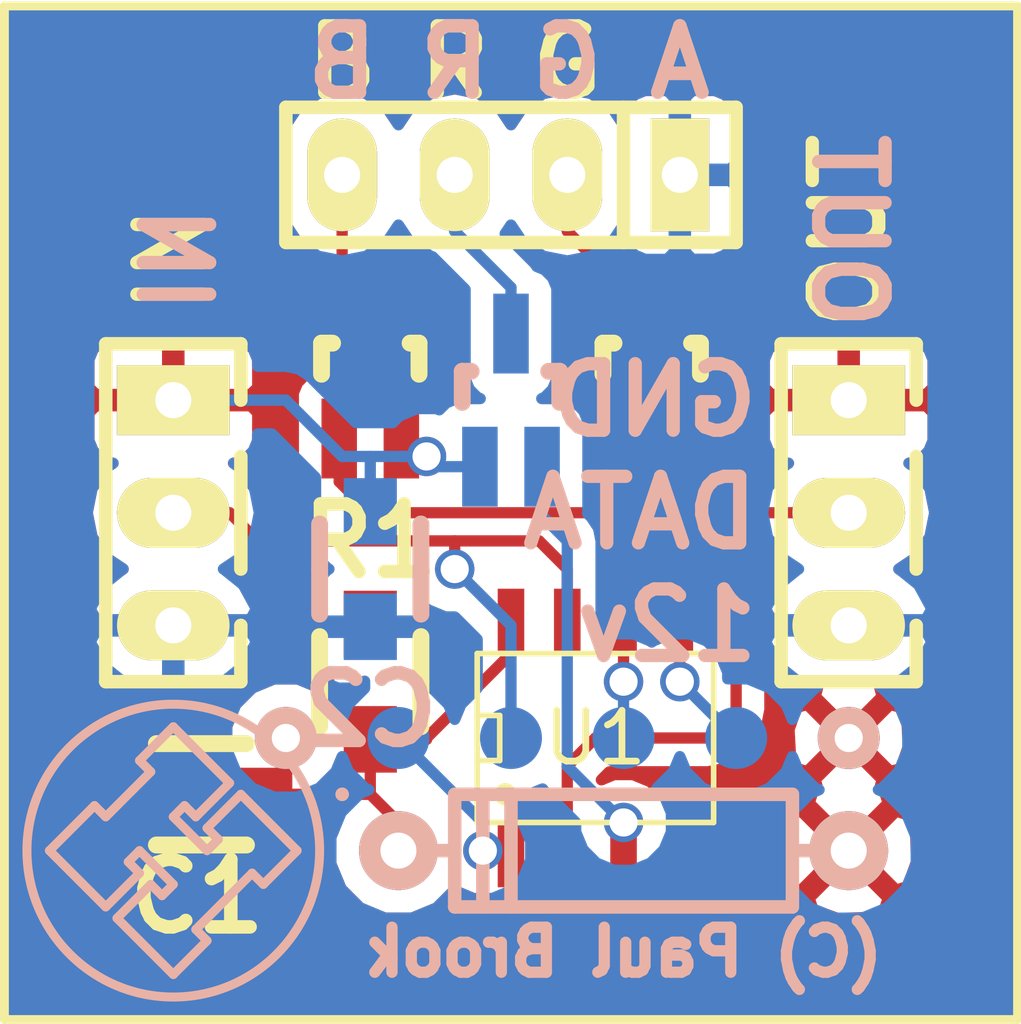
<source format=kicad_pcb>
(kicad_pcb (version 3) (host pcbnew "(22-Jun-2014 BZR 4027)-stable")

  (general
    (links 29)
    (no_connects 0)
    (area 20.336934 25.17 48.360001 50.6984)
    (thickness 1.6)
    (drawings 20)
    (tracks 78)
    (zones 0)
    (modules 13)
    (nets 13)
  )

  (page A3)
  (layers
    (15 F.Cu signal)
    (0 B.Cu signal)
    (16 B.Adhes user)
    (17 F.Adhes user)
    (18 B.Paste user)
    (19 F.Paste user)
    (20 B.SilkS user)
    (21 F.SilkS user)
    (22 B.Mask user)
    (23 F.Mask user)
    (24 Dwgs.User user)
    (25 Cmts.User user)
    (26 Eco1.User user)
    (27 Eco2.User user)
    (28 Edge.Cuts user)
  )

  (setup
    (last_trace_width 0.254)
    (trace_clearance 0.254)
    (zone_clearance 0.508)
    (zone_45_only yes)
    (trace_min 0.254)
    (segment_width 0.2)
    (edge_width 0.1)
    (via_size 0.889)
    (via_drill 0.635)
    (via_min_size 0.889)
    (via_min_drill 0.508)
    (uvia_size 0.508)
    (uvia_drill 0.127)
    (uvias_allowed no)
    (uvia_min_size 0.508)
    (uvia_min_drill 0.127)
    (pcb_text_width 0.3)
    (pcb_text_size 1.5 1.5)
    (mod_edge_width 0.15)
    (mod_text_size 1 1)
    (mod_text_width 0.15)
    (pad_size 1.397 1.397)
    (pad_drill 0.635)
    (pad_to_mask_clearance 0)
    (aux_axis_origin 0 0)
    (visible_elements FFFFFFBF)
    (pcbplotparams
      (layerselection 15761409)
      (usegerberextensions true)
      (excludeedgelayer true)
      (linewidth 0.150000)
      (plotframeref false)
      (viasonmask false)
      (mode 1)
      (useauxorigin false)
      (hpglpennumber 1)
      (hpglpenspeed 20)
      (hpglpendiameter 15)
      (hpglpenoverlay 2)
      (psnegative false)
      (psa4output false)
      (plotreference true)
      (plotvalue true)
      (plotothertext true)
      (plotinvisibletext false)
      (padsonsilk false)
      (subtractmaskfromsilk true)
      (outputformat 1)
      (mirror false)
      (drillshape 0)
      (scaleselection 1)
      (outputdirectory gerber))
  )

  (net 0 "")
  (net 1 /12v)
  (net 2 /5v)
  (net 3 /B)
  (net 4 /Bl)
  (net 5 /DI)
  (net 6 /DO)
  (net 7 /G)
  (net 8 /GND)
  (net 9 /Gl)
  (net 10 /R)
  (net 11 /RESET)
  (net 12 /Rl)

  (net_class Default "This is the default net class."
    (clearance 0.254)
    (trace_width 0.254)
    (via_dia 0.889)
    (via_drill 0.635)
    (uvia_dia 0.508)
    (uvia_drill 0.127)
    (add_net "")
    (add_net /12v)
    (add_net /5v)
    (add_net /B)
    (add_net /Bl)
    (add_net /DI)
    (add_net /DO)
    (add_net /G)
    (add_net /GND)
    (add_net /Gl)
    (add_net /R)
    (add_net /RESET)
    (add_net /Rl)
  )

  (module SO8E (layer F.Cu) (tedit 53EBE2B6) (tstamp 538EFFA1)
    (at 38.735 41.91)
    (descr "module CMS SOJ 8 pins etroit")
    (tags "CMS SOJ")
    (path /538EFD8B)
    (attr smd)
    (fp_text reference U1 (at 0 0) (layer F.SilkS)
      (effects (font (size 1.143 1.143) (thickness 0.1524)))
    )
    (fp_text value ATTINY25-SS (at 0 1.016) (layer F.SilkS) hide
      (effects (font (size 0.889 0.889) (thickness 0.1524)))
    )
    (fp_circle (center -2.032 1.27) (end -1.905 1.27) (layer F.SilkS) (width 0.254))
    (fp_line (start -2.667 1.778) (end -2.667 1.905) (layer F.SilkS) (width 0.127))
    (fp_line (start -2.667 1.905) (end 2.667 1.905) (layer F.SilkS) (width 0.127))
    (fp_line (start 2.667 -1.905) (end -2.667 -1.905) (layer F.SilkS) (width 0.127))
    (fp_line (start -2.667 -1.905) (end -2.667 1.778) (layer F.SilkS) (width 0.127))
    (fp_line (start -2.667 -0.508) (end -2.159 -0.508) (layer F.SilkS) (width 0.127))
    (fp_line (start -2.159 -0.508) (end -2.159 0.508) (layer F.SilkS) (width 0.127))
    (fp_line (start -2.159 0.508) (end -2.667 0.508) (layer F.SilkS) (width 0.127))
    (fp_line (start 2.667 -1.905) (end 2.667 1.905) (layer F.SilkS) (width 0.127))
    (pad 8 smd rect (at -1.905 -2.667) (size 0.59944 1.39954)
      (layers F.Cu F.Paste F.Mask)
      (net 2 /5v)
    )
    (pad 1 smd rect (at -1.905 2.667) (size 0.59944 1.39954)
      (layers F.Cu F.Paste F.Mask)
      (net 11 /RESET)
    )
    (pad 7 smd rect (at -0.635 -2.667) (size 0.59944 1.39954)
      (layers F.Cu F.Paste F.Mask)
      (net 5 /DI)
    )
    (pad 6 smd rect (at 0.635 -2.667) (size 0.59944 1.39954)
      (layers F.Cu F.Paste F.Mask)
      (net 3 /B)
    )
    (pad 5 smd rect (at 1.905 -2.667) (size 0.59944 1.39954)
      (layers F.Cu F.Paste F.Mask)
      (net 7 /G)
    )
    (pad 2 smd rect (at -0.635 2.667) (size 0.59944 1.39954)
      (layers F.Cu F.Paste F.Mask)
      (net 6 /DO)
    )
    (pad 3 smd rect (at 0.635 2.667) (size 0.59944 1.39954)
      (layers F.Cu F.Paste F.Mask)
      (net 10 /R)
    )
    (pad 4 smd rect (at 1.905 2.667) (size 0.59944 1.39954)
      (layers F.Cu F.Paste F.Mask)
      (net 8 /GND)
    )
    (model smd/cms_so8.wrl
      (at (xyz 0 0 0))
      (scale (xyz 0.5 0.32 0.5))
      (rotate (xyz 0 0 0))
    )
  )

  (module prog_pads (layer B.Cu) (tedit 53EA3B35) (tstamp 53EA9C04)
    (at 38.1 41.91)
    (descr "Connecteur 4 pibs")
    (tags "CONN DEV")
    (path /53EA3163)
    (fp_text reference P4 (at 0 2.54) (layer B.SilkS) hide
      (effects (font (size 1.73482 1.08712) (thickness 0.27178)) (justify mirror))
    )
    (fp_text value PROG (at 0 2.54) (layer B.SilkS) hide
      (effects (font (size 1.524 1.016) (thickness 0.3048)) (justify mirror))
    )
    (fp_line (start -5.08 1.27) (end -5.08 1.27) (layer B.SilkS) (width 0.3048))
    (fp_line (start -5.08 1.27) (end -5.08 1.27) (layer B.SilkS) (width 0.3048))
    (pad 1 thru_hole circle (at -6.35 0) (size 1.397 1.397) (drill 0.635)
      (layers *.Cu *.Mask B.SilkS)
      (net 2 /5v)
    )
    (pad 2 smd circle (at -3.81 0) (size 1.397 1.397)
      (layers B.Cu B.Paste B.Mask)
      (net 11 /RESET)
    )
    (pad 3 connect circle (at -1.27 0) (size 1.397 1.397)
      (layers B.Cu B.Mask)
      (net 5 /DI)
    )
    (pad 4 connect circle (at 1.27 0) (size 1.397 1.397)
      (layers B.Cu B.Mask)
      (net 3 /B)
    )
    (pad 5 connect circle (at 3.81 0) (size 1.397 1.397)
      (layers B.Cu B.Mask)
      (net 7 /G)
    )
    (pad 6 thru_hole circle (at 6.35 0) (size 1.397 1.397) (drill 0.635)
      (layers *.Cu *.Mask B.SilkS)
      (net 8 /GND)
    )
  )

  (module SIL-4-ELL (layer F.Cu) (tedit 53EA3807) (tstamp 538F01D0)
    (at 36.83 29.21 180)
    (descr "Connecteur 4 pibs")
    (tags "CONN DEV")
    (path /53CF1058)
    (fp_text reference P3 (at 0 -2.54 180) (layer F.SilkS) hide
      (effects (font (size 1.73482 1.08712) (thickness 0.27178)))
    )
    (fp_text value LED (at 0 -2.54 180) (layer F.SilkS) hide
      (effects (font (size 1.524 1.016) (thickness 0.3048)))
    )
    (fp_line (start -5.08 -1.27) (end -5.08 -1.27) (layer F.SilkS) (width 0.3048))
    (fp_line (start -5.08 1.524) (end -5.08 -1.524) (layer F.SilkS) (width 0.3048))
    (fp_line (start -5.08 -1.27) (end -5.08 -1.27) (layer F.SilkS) (width 0.3048))
    (fp_line (start -5.08 -1.524) (end 5.08 -1.524) (layer F.SilkS) (width 0.3048))
    (fp_line (start 5.08 -1.524) (end 5.08 1.524) (layer F.SilkS) (width 0.3048))
    (fp_line (start 5.08 1.524) (end -5.08 1.524) (layer F.SilkS) (width 0.3048))
    (fp_line (start -2.54 1.524) (end -2.54 -1.524) (layer F.SilkS) (width 0.3048))
    (pad 1 thru_hole rect (at -3.81 0 180) (size 1.3208 2.54) (drill 0.8128)
      (layers *.Cu *.Mask F.SilkS)
      (net 1 /12v)
    )
    (pad 2 thru_hole oval (at -1.27 0 180) (size 1.5748 2.54) (drill 0.8128)
      (layers *.Cu *.Mask F.SilkS)
      (net 9 /Gl)
    )
    (pad 3 thru_hole oval (at 1.27 0 180) (size 1.5748 2.54) (drill 0.8128)
      (layers *.Cu *.Mask F.SilkS)
      (net 12 /Rl)
    )
    (pad 4 thru_hole oval (at 3.81 0 180) (size 1.5748 2.54) (drill 0.8128)
      (layers *.Cu *.Mask F.SilkS)
      (net 4 /Bl)
    )
  )

  (module D4 (layer B.Cu) (tedit 53EA3833) (tstamp 53CF17E1)
    (at 39.37 44.45 180)
    (descr "Diode 4 pas")
    (tags "DIODE DEV")
    (path /53CF15D6)
    (fp_text reference D1 (at 0 0 180) (layer B.SilkS) hide
      (effects (font (size 1.27 1.016) (thickness 0.2032)) (justify mirror))
    )
    (fp_text value 5v1 (at 0 0 180) (layer B.SilkS) hide
      (effects (font (size 1.27 1.016) (thickness 0.2032)) (justify mirror))
    )
    (fp_line (start -3.81 1.27) (end 3.81 1.27) (layer B.SilkS) (width 0.3048))
    (fp_line (start 3.81 1.27) (end 3.81 -1.27) (layer B.SilkS) (width 0.3048))
    (fp_line (start 3.81 -1.27) (end -3.81 -1.27) (layer B.SilkS) (width 0.3048))
    (fp_line (start -3.81 -1.27) (end -3.81 1.27) (layer B.SilkS) (width 0.3048))
    (fp_line (start 3.175 1.27) (end 3.175 -1.27) (layer B.SilkS) (width 0.3048))
    (fp_line (start 2.54 -1.27) (end 2.54 1.27) (layer B.SilkS) (width 0.3048))
    (fp_line (start -3.81 0) (end -5.08 0) (layer B.SilkS) (width 0.3048))
    (fp_line (start 3.81 0) (end 5.08 0) (layer B.SilkS) (width 0.3048))
    (pad 1 thru_hole circle (at -5.08 0 180) (size 1.778 1.778) (drill 0.8128)
      (layers *.Cu *.Mask B.SilkS)
      (net 8 /GND)
    )
    (pad 2 thru_hole circle (at 5.08 0 180) (size 1.778 1.778) (drill 0.8128)
      (layers *.Cu *.Mask B.SilkS)
      (net 2 /5v)
    )
    (model discret/diode.wrl
      (at (xyz 0 0 0))
      (scale (xyz 0.4 0.4 0.4))
      (rotate (xyz 0 0 0))
    )
  )

  (module LOGO_SMALL (layer B.Cu) (tedit 53E18B60) (tstamp 53E18CCE)
    (at 29.21 44.45)
    (fp_text reference LOGO_SMALL (at 0 5.08) (layer B.SilkS) hide
      (effects (font (size 1.524 1.524) (thickness 0.3048)) (justify mirror))
    )
    (fp_text value VAL** (at 0 5.08) (layer B.SilkS) hide
      (effects (font (size 1.524 1.524) (thickness 0.3048)) (justify mirror))
    )
    (fp_line (start 0.762 0) (end 0 -0.762) (layer B.SilkS) (width 0.2032))
    (fp_circle (center 0 0) (end 0 -3.302) (layer B.SilkS) (width 0.2032))
    (fp_line (start 1.778 0.508) (end 0.508 1.778) (layer B.SilkS) (width 0.2032))
    (fp_line (start 0.508 1.778) (end 0.762 2.032) (layer B.SilkS) (width 0.2032))
    (fp_line (start 0.762 2.032) (end 0 2.794) (layer B.SilkS) (width 0.2032))
    (fp_line (start 0 2.794) (end -1.27 1.524) (layer B.SilkS) (width 0.2032))
    (fp_line (start -1.27 1.524) (end -0.508 0.762) (layer B.SilkS) (width 0.2032))
    (fp_line (start -0.508 0.762) (end -0.254 1.016) (layer B.SilkS) (width 0.2032))
    (fp_line (start -0.254 1.016) (end 0 0.762) (layer B.SilkS) (width 0.2032))
    (fp_line (start 0 0.762) (end -0.762 0) (layer B.SilkS) (width 0.2032))
    (fp_line (start -0.762 0) (end -1.016 0.254) (layer B.SilkS) (width 0.2032))
    (fp_line (start -1.016 0.254) (end -0.762 0.508) (layer B.SilkS) (width 0.2032))
    (fp_line (start -0.762 0.508) (end -1.524 1.27) (layer B.SilkS) (width 0.2032))
    (fp_line (start -1.524 1.27) (end -2.794 0) (layer B.SilkS) (width 0.2032))
    (fp_line (start -2.794 0) (end -1.778 -1.016) (layer B.SilkS) (width 0.2032))
    (fp_line (start -1.778 -1.016) (end -1.524 -0.762) (layer B.SilkS) (width 0.2032))
    (fp_line (start -1.524 -0.762) (end -0.508 -1.778) (layer B.SilkS) (width 0.2032))
    (fp_line (start -0.508 -1.778) (end -0.762 -2.032) (layer B.SilkS) (width 0.2032))
    (fp_line (start -0.762 -2.032) (end 0 -2.794) (layer B.SilkS) (width 0.2032))
    (fp_line (start 0 -2.794) (end 1.27 -1.524) (layer B.SilkS) (width 0.2032))
    (fp_line (start 1.27 -1.524) (end 0.508 -0.762) (layer B.SilkS) (width 0.2032))
    (fp_line (start 0.508 -0.762) (end 0.254 -1.016) (layer B.SilkS) (width 0.2032))
    (fp_line (start 0.254 -1.016) (end 0 -0.762) (layer B.SilkS) (width 0.2032))
    (fp_line (start 0.762 0) (end 1.016 -0.254) (layer B.SilkS) (width 0.2032))
    (fp_line (start 1.016 -0.254) (end 0.762 -0.508) (layer B.SilkS) (width 0.2032))
    (fp_line (start 0.762 -0.508) (end 1.524 -1.27) (layer B.SilkS) (width 0.2032))
    (fp_line (start 1.524 -1.27) (end 2.794 0) (layer B.SilkS) (width 0.2032))
    (fp_line (start 2.794 0) (end 2.032 0.762) (layer B.SilkS) (width 0.2032))
    (fp_line (start 2.032 0.762) (end 1.778 0.508) (layer B.SilkS) (width 0.2032))
  )

  (module Capacitor_SMD0805_HandSoldering_RevA_Date21Jun2010 (layer B.Cu) (tedit 53E522EA) (tstamp 53E52543)
    (at 33.655 38.1 90)
    (descr "Capacitor, SMD, 0805, Hand soldering,")
    (tags "Capacitor, SMD, 0805, Hand soldering,")
    (path /53E51CF2)
    (fp_text reference C2 (at -3.175 0 180) (layer B.SilkS)
      (effects (font (size 1.524 1.524) (thickness 0.3048)) (justify mirror))
    )
    (fp_text value 10u (at 0.20066 -2.60096 90) (layer B.SilkS) hide
      (effects (font (size 1.524 1.524) (thickness 0.3048)) (justify mirror))
    )
    (fp_line (start 0 1.143) (end -1.016 1.143) (layer B.SilkS) (width 0.381))
    (fp_line (start 0 1.143) (end 1.016 1.143) (layer B.SilkS) (width 0.381))
    (fp_line (start 0 -1.143) (end -1.016 -1.143) (layer B.SilkS) (width 0.381))
    (fp_line (start 0 -1.143) (end 1.016 -1.143) (layer B.SilkS) (width 0.381))
    (pad 1 smd rect (at -1.30048 0 90) (size 1.50114 1.19888)
      (layers B.Cu B.Paste B.Mask)
      (net 1 /12v)
    )
    (pad 2 smd rect (at 1.30048 0 90) (size 1.50114 1.19888)
      (layers B.Cu B.Paste B.Mask)
      (net 8 /GND)
    )
  )

  (module Capacitor_SMD0805_HandSoldering_RevA_Date21Jun2010 (layer F.Cu) (tedit 53E5213E) (tstamp 53CF17D1)
    (at 29.845 43.18 180)
    (descr "Capacitor, SMD, 0805, Hand soldering,")
    (tags "Capacitor, SMD, 0805, Hand soldering,")
    (path /53CF172E)
    (fp_text reference C1 (at 0.09906 -2.30124 180) (layer F.SilkS)
      (effects (font (size 1.524 1.524) (thickness 0.3048)))
    )
    (fp_text value 100n (at 0.20066 2.60096 180) (layer F.SilkS) hide
      (effects (font (size 1.524 1.524) (thickness 0.3048)))
    )
    (fp_line (start 0 -1.143) (end -1.016 -1.143) (layer F.SilkS) (width 0.381))
    (fp_line (start 0 -1.143) (end 1.016 -1.143) (layer F.SilkS) (width 0.381))
    (fp_line (start 0 1.143) (end -1.016 1.143) (layer F.SilkS) (width 0.381))
    (fp_line (start 0 1.143) (end 1.016 1.143) (layer F.SilkS) (width 0.381))
    (pad 1 smd rect (at -1.30048 0 180) (size 1.50114 1.19888)
      (layers F.Cu F.Paste F.Mask)
      (net 2 /5v)
    )
    (pad 2 smd rect (at 1.30048 0 180) (size 1.50114 1.19888)
      (layers F.Cu F.Paste F.Mask)
      (net 8 /GND)
    )
  )

  (module Resistor_SMD0805_HandSoldering_RevA_Date21Jun2010 (layer F.Cu) (tedit 53E522A2) (tstamp 53CF17C4)
    (at 33.655 40.64 270)
    (descr "Resistor, SMD, 0805, Hand soldering,")
    (tags "Resistor, SMD, 0805, Hand soldering,")
    (path /53CF15E5)
    (attr smd)
    (fp_text reference R1 (at -3.175 0 360) (layer F.SilkS)
      (effects (font (size 1.524 1.524) (thickness 0.3048)))
    )
    (fp_text value 4k7 (at 0.20066 2.60096 270) (layer F.SilkS) hide
      (effects (font (size 1.524 1.524) (thickness 0.3048)))
    )
    (fp_line (start 0 -1.143) (end -1.016 -1.143) (layer F.SilkS) (width 0.381))
    (fp_line (start 0 -1.143) (end 1.016 -1.143) (layer F.SilkS) (width 0.381))
    (fp_line (start 0 1.143) (end -1.016 1.143) (layer F.SilkS) (width 0.381))
    (fp_line (start 0 1.143) (end 1.016 1.143) (layer F.SilkS) (width 0.381))
    (pad 1 smd rect (at -1.30048 0 270) (size 1.50114 1.19888)
      (layers F.Cu F.Paste F.Mask)
      (net 1 /12v)
    )
    (pad 2 smd rect (at 1.30048 0 270) (size 1.50114 1.19888)
      (layers F.Cu F.Paste F.Mask)
      (net 2 /5v)
    )
  )

  (module SOT23_Transistor_Handsoldering_GDS (layer F.Cu) (tedit 53E5211F) (tstamp 538F012E)
    (at 33.655 33.655)
    (descr "SOT23,  Transistor, Handsoldering,")
    (tags "SOT23,  Transistor, Handsoldering,")
    (path /538F0068)
    (attr smd)
    (fp_text reference Q3 (at 0 -3.81) (layer F.SilkS) hide
      (effects (font (size 1.524 1.524) (thickness 0.3048)))
    )
    (fp_text value MOSFET_N (at 0 3.81) (layer F.SilkS) hide
      (effects (font (size 1.524 1.524) (thickness 0.3048)))
    )
    (fp_line (start -1.09982 0.0508) (end -1.09982 -0.65024) (layer F.SilkS) (width 0.381))
    (fp_line (start -1.09982 -0.65024) (end -0.8509 -0.65024) (layer F.SilkS) (width 0.381))
    (fp_line (start 0.89916 -0.65024) (end 1.09982 -0.65024) (layer F.SilkS) (width 0.381))
    (fp_line (start 1.09982 -0.65024) (end 1.09982 0.0508) (layer F.SilkS) (width 0.381))
    (pad G smd rect (at -0.70104 1.50114) (size 0.8001 1.80086)
      (layers F.Cu F.Paste F.Mask)
      (net 3 /B)
    )
    (pad S smd rect (at 0.70104 1.50114) (size 0.8001 1.80086)
      (layers F.Cu F.Paste F.Mask)
      (net 8 /GND)
    )
    (pad D smd rect (at 0 -1.50114) (size 0.8001 1.80086)
      (layers F.Cu F.Paste F.Mask)
      (net 4 /Bl)
    )
  )

  (module SOT23_Transistor_Handsoldering_GDS (layer B.Cu) (tedit 53E5212D) (tstamp 538F0123)
    (at 36.83 34.29 180)
    (descr "SOT23,  Transistor, Handsoldering,")
    (tags "SOT23,  Transistor, Handsoldering,")
    (path /538F0059)
    (attr smd)
    (fp_text reference Q2 (at 0 3.81 180) (layer B.SilkS) hide
      (effects (font (size 1.524 1.524) (thickness 0.3048)) (justify mirror))
    )
    (fp_text value MOSFET_N (at 0 -3.81 180) (layer B.SilkS) hide
      (effects (font (size 1.524 1.524) (thickness 0.3048)) (justify mirror))
    )
    (fp_line (start -1.09982 -0.0508) (end -1.09982 0.65024) (layer B.SilkS) (width 0.381))
    (fp_line (start -1.09982 0.65024) (end -0.8509 0.65024) (layer B.SilkS) (width 0.381))
    (fp_line (start 0.89916 0.65024) (end 1.09982 0.65024) (layer B.SilkS) (width 0.381))
    (fp_line (start 1.09982 0.65024) (end 1.09982 -0.0508) (layer B.SilkS) (width 0.381))
    (pad G smd rect (at -0.70104 -1.50114 180) (size 0.8001 1.80086)
      (layers B.Cu B.Paste B.Mask)
      (net 10 /R)
    )
    (pad S smd rect (at 0.70104 -1.50114 180) (size 0.8001 1.80086)
      (layers B.Cu B.Paste B.Mask)
      (net 8 /GND)
    )
    (pad D smd rect (at 0 1.50114 180) (size 0.8001 1.80086)
      (layers B.Cu B.Paste B.Mask)
      (net 12 /Rl)
    )
  )

  (module SOT23_Transistor_Handsoldering_GDS (layer F.Cu) (tedit 53E52132) (tstamp 538F0118)
    (at 40.005 33.655)
    (descr "SOT23,  Transistor, Handsoldering,")
    (tags "SOT23,  Transistor, Handsoldering,")
    (path /538F004A)
    (attr smd)
    (fp_text reference Q1 (at 0 -3.81) (layer F.SilkS) hide
      (effects (font (size 1.524 1.524) (thickness 0.3048)))
    )
    (fp_text value MOSFET_N (at 0 3.81) (layer F.SilkS) hide
      (effects (font (size 1.524 1.524) (thickness 0.3048)))
    )
    (fp_line (start -1.09982 0.0508) (end -1.09982 -0.65024) (layer F.SilkS) (width 0.381))
    (fp_line (start -1.09982 -0.65024) (end -0.8509 -0.65024) (layer F.SilkS) (width 0.381))
    (fp_line (start 0.89916 -0.65024) (end 1.09982 -0.65024) (layer F.SilkS) (width 0.381))
    (fp_line (start 1.09982 -0.65024) (end 1.09982 0.0508) (layer F.SilkS) (width 0.381))
    (pad G smd rect (at -0.70104 1.50114) (size 0.8001 1.80086)
      (layers F.Cu F.Paste F.Mask)
      (net 7 /G)
    )
    (pad S smd rect (at 0.70104 1.50114) (size 0.8001 1.80086)
      (layers F.Cu F.Paste F.Mask)
      (net 8 /GND)
    )
    (pad D smd rect (at 0 -1.50114) (size 0.8001 1.80086)
      (layers F.Cu F.Paste F.Mask)
      (net 9 /Gl)
    )
  )

  (module JST-3 (layer F.Cu) (tedit 53EA37A4) (tstamp 538F01C8)
    (at 44.45 36.83 270)
    (descr "Connecteur 3 pins")
    (tags "CONN DEV")
    (path /53CF103A)
    (fp_text reference P2 (at 0 -2.54 270) (layer F.SilkS) hide
      (effects (font (size 1.7907 1.07696) (thickness 0.26924)))
    )
    (fp_text value OUT (at 0 -2.54 270) (layer F.SilkS) hide
      (effects (font (size 1.524 1.016) (thickness 0.254)))
    )
    (fp_line (start 2.54 -1.524) (end 3.81 -1.524) (layer F.SilkS) (width 0.3048))
    (fp_line (start -1.27 -1.524) (end 1.27 -1.524) (layer F.SilkS) (width 0.3048))
    (fp_line (start -3.81 1.524) (end -3.81 -1.524) (layer F.SilkS) (width 0.3048))
    (fp_line (start -3.81 -1.524) (end -2.54 -1.524) (layer F.SilkS) (width 0.3048))
    (fp_line (start 3.81 -1.524) (end 3.81 1.524) (layer F.SilkS) (width 0.3048))
    (fp_line (start 3.81 1.524) (end -3.81 1.524) (layer F.SilkS) (width 0.3048))
    (pad 1 thru_hole rect (at -2.54 0 270) (size 1.5748 2.54) (drill 0.8128)
      (layers *.Cu *.Mask F.SilkS)
      (net 8 /GND)
    )
    (pad 2 thru_hole oval (at 0 0 270) (size 1.5748 2.54) (drill 0.8128)
      (layers *.Cu *.Mask F.SilkS)
      (net 6 /DO)
    )
    (pad 3 thru_hole oval (at 2.54 0 270) (size 1.5748 2.54) (drill 0.8128)
      (layers *.Cu *.Mask F.SilkS)
      (net 1 /12v)
    )
  )

  (module JST-3 (layer F.Cu) (tedit 53EA37A4) (tstamp 538EFF48)
    (at 29.21 36.83 270)
    (descr "Connecteur 3 pins")
    (tags "CONN DEV")
    (path /53CF1049)
    (fp_text reference P1 (at 0 -2.54 270) (layer F.SilkS) hide
      (effects (font (size 1.7907 1.07696) (thickness 0.26924)))
    )
    (fp_text value IN (at 0 -2.54 270) (layer F.SilkS) hide
      (effects (font (size 1.524 1.016) (thickness 0.254)))
    )
    (fp_line (start 2.54 -1.524) (end 3.81 -1.524) (layer F.SilkS) (width 0.3048))
    (fp_line (start -1.27 -1.524) (end 1.27 -1.524) (layer F.SilkS) (width 0.3048))
    (fp_line (start -3.81 1.524) (end -3.81 -1.524) (layer F.SilkS) (width 0.3048))
    (fp_line (start -3.81 -1.524) (end -2.54 -1.524) (layer F.SilkS) (width 0.3048))
    (fp_line (start 3.81 -1.524) (end 3.81 1.524) (layer F.SilkS) (width 0.3048))
    (fp_line (start 3.81 1.524) (end -3.81 1.524) (layer F.SilkS) (width 0.3048))
    (pad 1 thru_hole rect (at -2.54 0 270) (size 1.5748 2.54) (drill 0.8128)
      (layers *.Cu *.Mask F.SilkS)
      (net 8 /GND)
    )
    (pad 2 thru_hole oval (at 0 0 270) (size 1.5748 2.54) (drill 0.8128)
      (layers *.Cu *.Mask F.SilkS)
      (net 5 /DI)
    )
    (pad 3 thru_hole oval (at 2.54 0 270) (size 1.5748 2.54) (drill 0.8128)
      (layers *.Cu *.Mask F.SilkS)
      (net 1 /12v)
    )
  )

  (gr_text B (at 33.02 26.67) (layer F.SilkS)
    (effects (font (size 1.5 1.5) (thickness 0.3)))
  )
  (gr_text R (at 35.56 26.67) (layer F.SilkS)
    (effects (font (size 1.5 1.5) (thickness 0.3)))
  )
  (gr_text G (at 38.1 26.67) (layer F.SilkS)
    (effects (font (size 1.5 1.5) (thickness 0.3)))
  )
  (gr_text A (at 40.64 26.67) (layer F.SilkS)
    (effects (font (size 1.5 1.5) (thickness 0.3)))
  )
  (gr_text A (at 40.64 26.67) (layer B.SilkS)
    (effects (font (size 1.5 1.5) (thickness 0.3)) (justify mirror))
  )
  (gr_text B (at 33.02 26.67) (layer B.SilkS)
    (effects (font (size 1.5 1.5) (thickness 0.3)) (justify mirror))
  )
  (gr_text G (at 38.1 26.67) (layer B.SilkS)
    (effects (font (size 1.5 1.5) (thickness 0.3)) (justify mirror))
  )
  (gr_text R (at 35.56 26.67) (layer B.SilkS)
    (effects (font (size 1.5 1.5) (thickness 0.3)) (justify mirror))
  )
  (gr_text "(C) Paul Brook" (at 39.37 46.736) (layer B.SilkS)
    (effects (font (size 1.016 1.016) (thickness 0.254)) (justify mirror))
  )
  (gr_text IN (at 29.21 31.115 270) (layer B.SilkS)
    (effects (font (size 1.5 1.5) (thickness 0.3)) (justify mirror))
  )
  (gr_text IN (at 29.21 31.115 90) (layer F.SilkS)
    (effects (font (size 1.5 1.5) (thickness 0.3)))
  )
  (gr_text OUT (at 44.45 30.48 270) (layer B.SilkS)
    (effects (font (size 1.5 1.5) (thickness 0.3)) (justify mirror))
  )
  (gr_text OUT (at 44.45 30.48 90) (layer F.SilkS)
    (effects (font (size 1.5 1.5) (thickness 0.3)))
  )
  (gr_text 12v (at 42.545 39.37) (layer B.SilkS)
    (effects (font (size 1.5 1.5) (thickness 0.3)) (justify left mirror))
  )
  (gr_text DATA (at 42.545 36.83) (layer B.SilkS)
    (effects (font (size 1.5 1.5) (thickness 0.3)) (justify left mirror))
  )
  (gr_text GND (at 42.545 34.29) (layer B.SilkS)
    (effects (font (size 1.5 1.5) (thickness 0.3)) (justify left mirror))
  )
  (gr_line (start 25.4 48.26) (end 25.4 25.4) (angle 90) (layer F.SilkS) (width 0.2))
  (gr_line (start 48.26 48.26) (end 25.4 48.26) (angle 90) (layer F.SilkS) (width 0.2))
  (gr_line (start 48.26 25.4) (end 48.26 48.26) (angle 90) (layer F.SilkS) (width 0.2))
  (gr_line (start 25.4 25.4) (end 48.26 25.4) (angle 90) (layer F.SilkS) (width 0.2))

  (segment (start 29.21 39.37) (end 33.3375 39.37) (width 0.254) (layer F.Cu) (net 1))
  (segment (start 33.3375 39.37) (end 33.655 39.0525) (width 0.254) (layer F.Cu) (net 1) (tstamp 53CF8089))
  (segment (start 31.75 41.91) (end 31.75 42.57548) (width 0.254) (layer F.Cu) (net 2))
  (segment (start 31.75 42.57548) (end 31.14548 43.18) (width 0.254) (layer F.Cu) (net 2) (tstamp 53EA9C78))
  (segment (start 36.83 40.005) (end 34.89452 41.94048) (width 0.254) (layer F.Cu) (net 2))
  (segment (start 34.925 41.91) (end 34.925 41.94048) (width 0.254) (layer F.Cu) (net 2) (tstamp 53EA9B14))
  (segment (start 34.89452 41.94048) (end 34.925 41.91) (width 0.254) (layer F.Cu) (net 2) (tstamp 53EA9B12))
  (segment (start 34.29 41.94048) (end 34.925 41.94048) (width 0.254) (layer F.Cu) (net 2))
  (segment (start 34.29 41.94048) (end 33.655 41.94048) (width 0.254) (layer F.Cu) (net 2) (tstamp 53EA91C2))
  (segment (start 33.655 43.18) (end 31.14548 43.18) (width 0.254) (layer F.Cu) (net 2))
  (segment (start 34.29 44.45) (end 34.29 43.815) (width 0.254) (layer F.Cu) (net 2))
  (segment (start 33.655 43.18) (end 33.655 41.94048) (width 0.254) (layer F.Cu) (net 2) (tstamp 53E69A24))
  (segment (start 34.29 43.815) (end 33.655 43.18) (width 0.254) (layer F.Cu) (net 2) (tstamp 53E69A23))
  (segment (start 36.83 39.243) (end 36.83 40.005) (width 0.254) (layer F.Cu) (net 2))
  (segment (start 39.37 41.91) (end 39.37 40.64) (width 0.254) (layer B.Cu) (net 3))
  (segment (start 39.37 40.64) (end 39.37 39.243) (width 0.254) (layer F.Cu) (net 3) (tstamp 53EA9C94))
  (via (at 39.37 40.64) (size 0.889) (layers F.Cu B.Cu) (net 3))
  (segment (start 32.95396 35.15614) (end 32.95396 36.12896) (width 0.254) (layer F.Cu) (net 3))
  (segment (start 39.37 38.1) (end 39.37 39.243) (width 0.254) (layer F.Cu) (net 3))
  (segment (start 39.37 38.1) (end 39.37 37.465) (width 0.254) (layer F.Cu) (net 3))
  (segment (start 32.95396 36.12896) (end 33.655 36.83) (width 0.254) (layer F.Cu) (net 3) (tstamp 53E6FF1D))
  (segment (start 39.37 37.465) (end 38.735 36.83) (width 0.254) (layer F.Cu) (net 3) (tstamp 53CF804E))
  (segment (start 33.655 36.83) (end 38.735 36.83) (width 0.254) (layer F.Cu) (net 3) (tstamp 53E6FF1E))
  (segment (start 33.655 32.639) (end 33.655 31.75) (width 0.254) (layer F.Cu) (net 4))
  (segment (start 33.02 31.115) (end 33.02 29.21) (width 0.254) (layer F.Cu) (net 4) (tstamp 53CF800A))
  (segment (start 33.655 31.75) (end 33.02 31.115) (width 0.254) (layer F.Cu) (net 4) (tstamp 53CF8009))
  (segment (start 35.56 37.465) (end 35.56 38.1) (width 0.254) (layer F.Cu) (net 5))
  (segment (start 36.83 39.37) (end 36.83 41.91) (width 0.254) (layer B.Cu) (net 5) (tstamp 53EA9C8D))
  (segment (start 35.56 38.1) (end 36.83 39.37) (width 0.254) (layer B.Cu) (net 5) (tstamp 53EA9C8C))
  (via (at 35.56 38.1) (size 0.889) (layers F.Cu B.Cu) (net 5))
  (segment (start 38.1 39.243) (end 38.1 38.1) (width 0.254) (layer F.Cu) (net 5))
  (segment (start 30.48 36.83) (end 29.21 36.83) (width 0.254) (layer F.Cu) (net 5) (tstamp 53CF805A))
  (segment (start 31.115 37.465) (end 30.48 36.83) (width 0.254) (layer F.Cu) (net 5) (tstamp 53CF8059))
  (segment (start 37.465 37.465) (end 35.56 37.465) (width 0.254) (layer F.Cu) (net 5) (tstamp 53CF8058))
  (segment (start 35.56 37.465) (end 31.115 37.465) (width 0.254) (layer F.Cu) (net 5) (tstamp 53EA9C88))
  (segment (start 38.1 38.1) (end 37.465 37.465) (width 0.254) (layer F.Cu) (net 5) (tstamp 53CF8057))
  (segment (start 38.1 44.577) (end 38.1 42.545) (width 0.254) (layer F.Cu) (net 6))
  (segment (start 42.545 36.83) (end 44.45 36.83) (width 0.254) (layer F.Cu) (net 6) (tstamp 53CF7FA9))
  (segment (start 41.91 37.465) (end 42.545 36.83) (width 0.254) (layer F.Cu) (net 6) (tstamp 53CF7FA8))
  (segment (start 41.91 41.275) (end 41.91 37.465) (width 0.254) (layer F.Cu) (net 6) (tstamp 53CF7FA7))
  (segment (start 41.275 41.91) (end 41.91 41.275) (width 0.254) (layer F.Cu) (net 6) (tstamp 53CF7FA6))
  (segment (start 38.735 41.91) (end 41.275 41.91) (width 0.254) (layer F.Cu) (net 6) (tstamp 53CF7FA5))
  (segment (start 38.1 42.545) (end 38.735 41.91) (width 0.254) (layer F.Cu) (net 6) (tstamp 53CF7FA4))
  (segment (start 40.64 39.243) (end 40.64 40.64) (width 0.254) (layer F.Cu) (net 7))
  (segment (start 40.64 40.64) (end 41.91 41.91) (width 0.254) (layer B.Cu) (net 7) (tstamp 53EA9C9A))
  (via (at 40.64 40.64) (size 0.889) (layers F.Cu B.Cu) (net 7))
  (segment (start 39.30396 35.15614) (end 39.30396 36.12896) (width 0.254) (layer F.Cu) (net 7))
  (segment (start 40.64 37.465) (end 40.64 39.243) (width 0.254) (layer F.Cu) (net 7) (tstamp 53E6FF30))
  (segment (start 39.30396 36.12896) (end 40.64 37.465) (width 0.254) (layer F.Cu) (net 7) (tstamp 53E6FF2F))
  (segment (start 36.12896 35.79114) (end 35.15614 35.79114) (width 0.254) (layer B.Cu) (net 8))
  (segment (start 35.15614 35.79114) (end 34.925 35.56) (width 0.254) (layer B.Cu) (net 8) (tstamp 53EA9CB6))
  (segment (start 33.655 36.79952) (end 33.655 35.56) (width 0.254) (layer B.Cu) (net 8))
  (segment (start 34.35604 35.15614) (end 34.52114 35.15614) (width 0.254) (layer F.Cu) (net 8))
  (segment (start 33.02 35.56) (end 31.75 34.29) (width 0.254) (layer B.Cu) (net 8) (tstamp 53CF802F))
  (segment (start 31.75 34.29) (end 29.21 34.29) (width 0.254) (layer B.Cu) (net 8) (tstamp 53CF8031))
  (segment (start 34.925 35.56) (end 33.655 35.56) (width 0.254) (layer B.Cu) (net 8) (tstamp 53E6FF26))
  (segment (start 33.655 35.56) (end 33.02 35.56) (width 0.254) (layer B.Cu) (net 8) (tstamp 53E700B5))
  (via (at 34.925 35.56) (size 0.889) (layers F.Cu B.Cu) (net 8))
  (segment (start 34.52114 35.15614) (end 34.925 35.56) (width 0.254) (layer F.Cu) (net 8) (tstamp 53E6FF24))
  (segment (start 40.005 32.639) (end 40.005 32.385) (width 0.254) (layer F.Cu) (net 9))
  (segment (start 38.1 30.48) (end 38.1 29.21) (width 0.254) (layer F.Cu) (net 9) (tstamp 53CF8013))
  (segment (start 40.005 32.385) (end 38.1 30.48) (width 0.254) (layer F.Cu) (net 9) (tstamp 53CF8012))
  (segment (start 37.53104 35.79114) (end 37.53104 36.89604) (width 0.254) (layer B.Cu) (net 10))
  (segment (start 39.37 43.815) (end 39.37 44.577) (width 0.254) (layer F.Cu) (net 10))
  (via (at 39.37 43.815) (size 0.889) (layers F.Cu B.Cu) (net 10))
  (segment (start 38.1 42.545) (end 38.1 38.735) (width 0.254) (layer B.Cu) (net 10) (tstamp 53EA9C6A))
  (segment (start 39.37 43.815) (end 38.1 42.545) (width 0.254) (layer B.Cu) (net 10))
  (segment (start 38.1 37.465) (end 38.1 38.735) (width 0.254) (layer B.Cu) (net 10) (tstamp 53EA9C83))
  (segment (start 37.53104 36.89604) (end 38.1 37.465) (width 0.254) (layer B.Cu) (net 10) (tstamp 53EA9CB9))
  (segment (start 36.83 44.577) (end 36.322 44.577) (width 0.254) (layer F.Cu) (net 11))
  (segment (start 36.195 43.815) (end 34.29 41.91) (width 0.254) (layer B.Cu) (net 11) (tstamp 53EA9C7E))
  (segment (start 36.195 44.45) (end 36.195 43.815) (width 0.254) (layer B.Cu) (net 11) (tstamp 53EA9C7D))
  (via (at 36.195 44.45) (size 0.889) (layers F.Cu B.Cu) (net 11))
  (segment (start 36.322 44.577) (end 36.195 44.45) (width 0.254) (layer F.Cu) (net 11) (tstamp 53EA9C7B))
  (segment (start 36.83 32.78886) (end 36.83 31.75) (width 0.254) (layer B.Cu) (net 12))
  (segment (start 35.56 30.48) (end 35.56 29.21) (width 0.254) (layer B.Cu) (net 12) (tstamp 53EA9CB2))
  (segment (start 36.83 31.75) (end 35.56 30.48) (width 0.254) (layer B.Cu) (net 12) (tstamp 53EA9CB0))
  (segment (start 36.83 32.639) (end 36.83 32.385) (width 0.254) (layer B.Cu) (net 12))

  (zone (net 8) (net_name /GND) (layer F.Cu) (tstamp 53E18270) (hatch edge 0.508)
    (connect_pads (clearance 0.508))
    (min_thickness 0.254)
    (fill (arc_segments 16) (thermal_gap 0.508) (thermal_bridge_width 0.508))
    (polygon
      (pts
        (xy 25.4 25.4) (xy 48.26 25.4) (xy 48.26 48.26) (xy 25.4 48.26)
      )
    )
    (filled_polygon
      (pts
        (xy 48.133 48.133) (xy 46.392321 48.133) (xy 46.392321 39.37) (xy 46.284047 38.825671) (xy 45.97571 38.364211)
        (xy 45.580289 38.1) (xy 45.97571 37.835789) (xy 46.284047 37.374329) (xy 46.392321 36.83) (xy 46.284047 36.285671)
        (xy 45.97571 35.824211) (xy 45.808257 35.712322) (xy 45.846864 35.712289) (xy 46.080168 35.615413) (xy 46.258641 35.436629)
        (xy 46.35511 35.203155) (xy 46.35511 33.376845) (xy 46.258641 33.143371) (xy 46.080168 32.964587) (xy 45.846864 32.867711)
        (xy 45.594245 32.86749) (xy 44.73575 32.8676) (xy 44.577 33.02635) (xy 44.577 34.163) (xy 46.19625 34.163)
        (xy 46.355 34.00425) (xy 46.35511 33.376845) (xy 46.35511 35.203155) (xy 46.355 34.57575) (xy 46.19625 34.417)
        (xy 44.577 34.417) (xy 44.577 34.437) (xy 44.323 34.437) (xy 44.323 34.417) (xy 44.323 34.163)
        (xy 44.323 33.02635) (xy 44.16425 32.8676) (xy 43.305755 32.86749) (xy 43.053136 32.867711) (xy 42.819832 32.964587)
        (xy 42.641359 33.143371) (xy 42.54489 33.376845) (xy 42.545 34.00425) (xy 42.70375 34.163) (xy 44.323 34.163)
        (xy 44.323 34.417) (xy 42.70375 34.417) (xy 42.545 34.57575) (xy 42.54489 35.203155) (xy 42.641359 35.436629)
        (xy 42.819832 35.615413) (xy 43.053136 35.712289) (xy 43.091742 35.712322) (xy 42.92429 35.824211) (xy 42.761395 36.068)
        (xy 42.545 36.068) (xy 42.253395 36.126004) (xy 42.006184 36.291185) (xy 41.7412 36.556169) (xy 41.371185 36.926185)
        (xy 41.275 37.070135) (xy 41.178815 36.926185) (xy 41.178815 36.926184) (xy 40.833042 36.580411) (xy 40.833042 36.532822)
        (xy 40.99179 36.69157) (xy 41.231845 36.69168) (xy 41.465319 36.595211) (xy 41.644103 36.416738) (xy 41.740979 36.183434)
        (xy 41.7412 35.930815) (xy 41.7412 34.381465) (xy 41.740979 34.128846) (xy 41.644103 33.895542) (xy 41.465319 33.717069)
        (xy 41.231845 33.6206) (xy 40.99179 33.62071) (xy 40.83304 33.77946) (xy 40.83304 35.02914) (xy 41.58234 35.02914)
        (xy 41.74109 34.87039) (xy 41.7412 34.381465) (xy 41.7412 35.930815) (xy 41.74109 35.44189) (xy 41.58234 35.28314)
        (xy 40.83304 35.28314) (xy 40.83304 35.30314) (xy 40.57904 35.30314) (xy 40.57904 35.28314) (xy 40.55904 35.28314)
        (xy 40.55904 35.02914) (xy 40.57904 35.02914) (xy 40.57904 33.77946) (xy 40.48898 33.6894) (xy 40.530805 33.6894)
        (xy 40.764279 33.592931) (xy 40.943063 33.414458) (xy 41.039939 33.181154) (xy 41.04016 32.928535) (xy 41.04016 31.127675)
        (xy 41.034968 31.11511) (xy 41.426155 31.11511) (xy 41.659629 31.018641) (xy 41.838413 30.840168) (xy 41.935289 30.606864)
        (xy 41.93551 30.354245) (xy 41.93551 27.814245) (xy 41.839041 27.580771) (xy 41.660568 27.401987) (xy 41.427264 27.305111)
        (xy 41.174645 27.30489) (xy 39.853845 27.30489) (xy 39.620371 27.401359) (xy 39.441587 27.579832) (xy 39.344711 27.813136)
        (xy 39.344511 28.041563) (xy 39.105789 27.68429) (xy 38.644329 27.375953) (xy 38.1 27.267679) (xy 37.555671 27.375953)
        (xy 37.094211 27.68429) (xy 36.83 28.07971) (xy 36.565789 27.68429) (xy 36.104329 27.375953) (xy 35.56 27.267679)
        (xy 35.015671 27.375953) (xy 34.554211 27.68429) (xy 34.29 28.07971) (xy 34.025789 27.68429) (xy 33.564329 27.375953)
        (xy 33.02 27.267679) (xy 32.475671 27.375953) (xy 32.014211 27.68429) (xy 31.705874 28.14575) (xy 31.5976 28.690079)
        (xy 31.5976 29.729921) (xy 31.705874 30.27425) (xy 32.014211 30.73571) (xy 32.258 30.898604) (xy 32.258 31.115)
        (xy 32.316004 31.406605) (xy 32.481185 31.653815) (xy 32.61984 31.79247) (xy 32.61984 33.180045) (xy 32.716309 33.413519)
        (xy 32.893 33.590517) (xy 32.893 33.6206) (xy 32.428155 33.6206) (xy 32.194681 33.717069) (xy 32.015897 33.895542)
        (xy 31.919021 34.128846) (xy 31.9188 34.381465) (xy 31.9188 36.182325) (xy 32.015269 36.415799) (xy 32.193742 36.594583)
        (xy 32.427046 36.691459) (xy 32.438839 36.691469) (xy 32.450369 36.703) (xy 31.43063 36.703) (xy 31.051681 36.324051)
        (xy 31.044047 36.285671) (xy 30.73571 35.824211) (xy 30.568257 35.712322) (xy 30.606864 35.712289) (xy 30.840168 35.615413)
        (xy 31.018641 35.436629) (xy 31.11511 35.203155) (xy 31.11511 33.376845) (xy 31.018641 33.143371) (xy 30.840168 32.964587)
        (xy 30.606864 32.867711) (xy 30.354245 32.86749) (xy 29.49575 32.8676) (xy 29.337 33.02635) (xy 29.337 34.163)
        (xy 30.95625 34.163) (xy 31.115 34.00425) (xy 31.11511 33.376845) (xy 31.11511 35.203155) (xy 31.115 34.57575)
        (xy 30.95625 34.417) (xy 29.337 34.417) (xy 29.337 34.437) (xy 29.083 34.437) (xy 29.083 34.417)
        (xy 29.083 34.163) (xy 29.083 33.02635) (xy 28.92425 32.8676) (xy 28.065755 32.86749) (xy 27.813136 32.867711)
        (xy 27.579832 32.964587) (xy 27.401359 33.143371) (xy 27.30489 33.376845) (xy 27.305 34.00425) (xy 27.46375 34.163)
        (xy 29.083 34.163) (xy 29.083 34.417) (xy 27.46375 34.417) (xy 27.305 34.57575) (xy 27.30489 35.203155)
        (xy 27.401359 35.436629) (xy 27.579832 35.615413) (xy 27.813136 35.712289) (xy 27.851742 35.712322) (xy 27.68429 35.824211)
        (xy 27.375953 36.285671) (xy 27.267679 36.83) (xy 27.375953 37.374329) (xy 27.68429 37.835789) (xy 28.07971 38.1)
        (xy 27.68429 38.364211) (xy 27.375953 38.825671) (xy 27.267679 39.37) (xy 27.375953 39.914329) (xy 27.68429 40.375789)
        (xy 28.14575 40.684126) (xy 28.690079 40.7924) (xy 29.729921 40.7924) (xy 30.27425 40.684126) (xy 30.73571 40.375789)
        (xy 30.898604 40.132) (xy 32.42045 40.132) (xy 32.42045 40.215845) (xy 32.516919 40.449319) (xy 32.695392 40.628103)
        (xy 32.723824 40.639909) (xy 32.696331 40.651269) (xy 32.536724 40.810598) (xy 32.506353 40.780174) (xy 32.016413 40.576733)
        (xy 31.485914 40.57627) (xy 30.99562 40.778855) (xy 30.620174 41.153647) (xy 30.416733 41.643587) (xy 30.416469 41.94545)
        (xy 30.269155 41.94545) (xy 30.035681 42.041919) (xy 29.856897 42.220392) (xy 29.845 42.249043) (xy 29.833103 42.220392)
        (xy 29.654319 42.041919) (xy 29.420845 41.94545) (xy 28.83027 41.94556) (xy 28.67152 42.10431) (xy 28.67152 43.053)
        (xy 28.69152 43.053) (xy 28.69152 43.307) (xy 28.67152 43.307) (xy 28.67152 44.25569) (xy 28.83027 44.41444)
        (xy 29.420845 44.41455) (xy 29.654319 44.318081) (xy 29.833103 44.139608) (xy 29.844909 44.111175) (xy 29.856269 44.138669)
        (xy 30.034742 44.317453) (xy 30.268046 44.414329) (xy 30.520665 44.41455) (xy 32.021805 44.41455) (xy 32.255279 44.318081)
        (xy 32.434063 44.139608) (xy 32.516116 43.942) (xy 32.850778 43.942) (xy 32.766266 44.145528) (xy 32.765737 44.751812)
        (xy 32.997263 45.312148) (xy 33.425597 45.74123) (xy 33.985528 45.973734) (xy 34.591812 45.974263) (xy 35.152148 45.742737)
        (xy 35.556863 45.338726) (xy 35.582714 45.364622) (xy 35.940976 45.513386) (xy 35.991639 45.635999) (xy 36.170112 45.814783)
        (xy 36.403416 45.911659) (xy 36.656035 45.91188) (xy 37.255475 45.91188) (xy 37.465228 45.825212) (xy 37.673416 45.911659)
        (xy 37.926035 45.91188) (xy 38.525475 45.91188) (xy 38.735228 45.825212) (xy 38.943416 45.911659) (xy 39.196035 45.91188)
        (xy 39.795475 45.91188) (xy 40.005 45.825306) (xy 40.214525 45.91188) (xy 40.35425 45.91177) (xy 40.513 45.75302)
        (xy 40.513 44.704) (xy 40.493 44.704) (xy 40.493 44.45) (xy 40.513 44.45) (xy 40.513 43.40098)
        (xy 40.35425 43.24223) (xy 40.301339 43.242188) (xy 40.285689 43.204311) (xy 39.982286 42.900378) (xy 39.585668 42.735687)
        (xy 39.156216 42.735313) (xy 38.868389 42.85424) (xy 39.05063 42.672) (xy 41.275 42.672) (xy 41.275 42.671999)
        (xy 41.566604 42.613996) (xy 41.566605 42.613996) (xy 41.813815 42.448815) (xy 42.448815 41.813816) (xy 42.448815 41.813815)
        (xy 42.613996 41.566605) (xy 42.671999 41.275) (xy 42.672 41.275) (xy 42.672 39.998209) (xy 42.92429 40.375789)
        (xy 43.38575 40.684126) (xy 43.752648 40.757106) (xy 43.695419 40.975814) (xy 44.45 41.730395) (xy 45.204581 40.975814)
        (xy 45.147351 40.757106) (xy 45.51425 40.684126) (xy 45.97571 40.375789) (xy 46.284047 39.914329) (xy 46.392321 39.37)
        (xy 46.392321 48.133) (xy 45.985514 48.133) (xy 45.985514 44.688035) (xy 45.959722 44.0823) (xy 45.795924 43.686853)
        (xy 45.795924 42.10252) (xy 45.767146 41.572802) (xy 45.619798 41.217072) (xy 45.384186 41.155419) (xy 44.629605 41.91)
        (xy 45.384186 42.664581) (xy 45.619798 42.602928) (xy 45.795924 42.10252) (xy 45.795924 43.686853) (xy 45.777539 43.642468)
        (xy 45.522195 43.55741) (xy 45.34259 43.737015) (xy 45.34259 43.377805) (xy 45.257532 43.122461) (xy 45.141887 43.080228)
        (xy 45.142928 43.079798) (xy 45.204581 42.844186) (xy 44.45 42.089605) (xy 44.270395 42.26921) (xy 44.270395 41.91)
        (xy 43.515814 41.155419) (xy 43.280202 41.217072) (xy 43.104076 41.71748) (xy 43.132854 42.247198) (xy 43.280202 42.602928)
        (xy 43.515814 42.664581) (xy 44.270395 41.91) (xy 44.270395 42.26921) (xy 43.695419 42.844186) (xy 43.755937 43.07546)
        (xy 43.642468 43.122461) (xy 43.55741 43.377805) (xy 44.45 44.270395) (xy 45.34259 43.377805) (xy 45.34259 43.737015)
        (xy 44.629605 44.45) (xy 45.522195 45.34259) (xy 45.777539 45.257532) (xy 45.985514 44.688035) (xy 45.985514 48.133)
        (xy 45.34259 48.133) (xy 45.34259 45.522195) (xy 44.45 44.629605) (xy 44.270395 44.80921) (xy 44.270395 44.45)
        (xy 43.377805 43.55741) (xy 43.122461 43.642468) (xy 42.914486 44.211965) (xy 42.940278 44.8177) (xy 43.122461 45.257532)
        (xy 43.377805 45.34259) (xy 44.270395 44.45) (xy 44.270395 44.80921) (xy 43.55741 45.522195) (xy 43.642468 45.777539)
        (xy 44.211965 45.985514) (xy 44.8177 45.959722) (xy 45.257532 45.777539) (xy 45.34259 45.522195) (xy 45.34259 48.133)
        (xy 41.57483 48.133) (xy 41.57483 45.151015) (xy 41.57483 44.002985) (xy 41.574609 43.750366) (xy 41.477733 43.517062)
        (xy 41.298949 43.338589) (xy 41.065475 43.24212) (xy 40.92575 43.24223) (xy 40.767 43.40098) (xy 40.767 44.45)
        (xy 41.41597 44.45) (xy 41.57472 44.29125) (xy 41.57483 44.002985) (xy 41.57483 45.151015) (xy 41.57472 44.86275)
        (xy 41.41597 44.704) (xy 40.767 44.704) (xy 40.767 45.75302) (xy 40.92575 45.91177) (xy 41.065475 45.91188)
        (xy 41.298949 45.815411) (xy 41.477733 45.636938) (xy 41.574609 45.403634) (xy 41.57483 45.151015) (xy 41.57483 48.133)
        (xy 28.41752 48.133) (xy 28.41752 44.25569) (xy 28.41752 43.307) (xy 28.41752 43.053) (xy 28.41752 42.10431)
        (xy 28.25877 41.94556) (xy 27.668195 41.94545) (xy 27.434721 42.041919) (xy 27.255937 42.220392) (xy 27.159061 42.453696)
        (xy 27.15884 42.706315) (xy 27.15895 42.89425) (xy 27.3177 43.053) (xy 28.41752 43.053) (xy 28.41752 43.307)
        (xy 27.3177 43.307) (xy 27.15895 43.46575) (xy 27.15884 43.653685) (xy 27.159061 43.906304) (xy 27.255937 44.139608)
        (xy 27.434721 44.318081) (xy 27.668195 44.41455) (xy 28.25877 44.41444) (xy 28.41752 44.25569) (xy 28.41752 48.133)
        (xy 25.527 48.133) (xy 25.527 25.527) (xy 48.133 25.527) (xy 48.133 48.133)
      )
    )
  )
  (zone (net 1) (net_name /12v) (layer B.Cu) (tstamp 53E1826F) (hatch edge 0.508)
    (connect_pads (clearance 0.508))
    (min_thickness 0.254)
    (fill (arc_segments 16) (thermal_gap 0.508) (thermal_bridge_width 0.508))
    (polygon
      (pts
        (xy 25.4 25.4) (xy 48.26 25.4) (xy 48.26 48.26) (xy 25.4 48.26)
      )
    )
    (filled_polygon
      (pts
        (xy 48.133 48.133) (xy 46.392321 48.133) (xy 46.392321 36.83) (xy 46.284047 36.285671) (xy 45.97571 35.824211)
        (xy 45.808537 35.71251) (xy 45.845755 35.71251) (xy 46.079229 35.616041) (xy 46.258013 35.437568) (xy 46.354889 35.204264)
        (xy 46.35511 34.951645) (xy 46.35511 33.376845) (xy 46.258641 33.143371) (xy 46.080168 32.964587) (xy 45.846864 32.867711)
        (xy 45.594245 32.86749) (xy 43.054245 32.86749) (xy 42.820771 32.963959) (xy 42.641987 33.142432) (xy 42.545111 33.375736)
        (xy 42.54489 33.628355) (xy 42.54489 35.203155) (xy 42.641359 35.436629) (xy 42.819832 35.615413) (xy 43.053136 35.712289)
        (xy 43.091742 35.712322) (xy 42.92429 35.824211) (xy 42.615953 36.285671) (xy 42.507679 36.83) (xy 42.615953 37.374329)
        (xy 42.92429 37.835789) (xy 43.3201 38.10026) (xy 43.305738 38.104475) (xy 42.871809 38.454014) (xy 42.604673 38.943004)
        (xy 42.58799 39.02294) (xy 42.710149 39.243) (xy 44.323 39.243) (xy 44.323 39.223) (xy 44.577 39.223)
        (xy 44.577 39.243) (xy 46.189851 39.243) (xy 46.31201 39.02294) (xy 46.295327 38.943004) (xy 46.028191 38.454014)
        (xy 45.594262 38.104475) (xy 45.579899 38.10026) (xy 45.97571 37.835789) (xy 46.284047 37.374329) (xy 46.392321 36.83)
        (xy 46.392321 48.133) (xy 46.31201 48.133) (xy 46.31201 39.71706) (xy 46.189851 39.497) (xy 44.577 39.497)
        (xy 44.577 39.517) (xy 44.323 39.517) (xy 44.323 39.497) (xy 42.710149 39.497) (xy 42.58799 39.71706)
        (xy 42.604673 39.796996) (xy 42.871809 40.285986) (xy 43.305738 40.635525) (xy 43.736569 40.761935) (xy 43.69562 40.778855)
        (xy 43.320174 41.153647) (xy 43.179906 41.491448) (xy 43.041145 41.15562) (xy 42.666353 40.780174) (xy 42.176413 40.576733)
        (xy 41.93551 40.576522) (xy 41.93551 30.354245) (xy 41.93551 28.065755) (xy 41.935289 27.813136) (xy 41.838413 27.579832)
        (xy 41.659629 27.401359) (xy 41.426155 27.30489) (xy 40.92575 27.305) (xy 40.767 27.46375) (xy 40.767 29.083)
        (xy 41.77665 29.083) (xy 41.9354 28.92425) (xy 41.93551 28.065755) (xy 41.93551 30.354245) (xy 41.9354 29.49575)
        (xy 41.77665 29.337) (xy 40.767 29.337) (xy 40.767 30.95625) (xy 40.92575 31.115) (xy 41.426155 31.11511)
        (xy 41.659629 31.018641) (xy 41.838413 30.840168) (xy 41.935289 30.606864) (xy 41.93551 30.354245) (xy 41.93551 40.576522)
        (xy 41.719556 40.576334) (xy 41.719687 40.426216) (xy 41.555689 40.029311) (xy 41.252286 39.725378) (xy 40.855668 39.560687)
        (xy 40.426216 39.560313) (xy 40.029311 39.724311) (xy 40.005223 39.748356) (xy 39.982286 39.725378) (xy 39.585668 39.560687)
        (xy 39.156216 39.560313) (xy 38.862 39.68188) (xy 38.862 38.735) (xy 38.862 37.465) (xy 38.861999 37.464999)
        (xy 38.803996 37.173395) (xy 38.638815 36.926185) (xy 38.638815 36.926184) (xy 38.555735 36.843104) (xy 38.565979 36.818434)
        (xy 38.5662 36.565815) (xy 38.5662 34.764955) (xy 38.469731 34.531481) (xy 38.291258 34.352697) (xy 38.057954 34.255821)
        (xy 37.805335 34.2556) (xy 37.522314 34.2556) (xy 37.589279 34.227931) (xy 37.768063 34.049458) (xy 37.864939 33.816154)
        (xy 37.86516 33.563535) (xy 37.86516 31.762675) (xy 37.768691 31.529201) (xy 37.590218 31.350417) (xy 37.412554 31.276644)
        (xy 37.412553 31.276644) (xy 37.368815 31.211185) (xy 37.368815 31.211184) (xy 36.696987 30.539357) (xy 36.83 30.340289)
        (xy 37.094211 30.73571) (xy 37.555671 31.044047) (xy 38.1 31.152321) (xy 38.644329 31.044047) (xy 39.105789 30.73571)
        (xy 39.344511 30.378436) (xy 39.344711 30.606864) (xy 39.441587 30.840168) (xy 39.620371 31.018641) (xy 39.853845 31.11511)
        (xy 40.35425 31.115) (xy 40.513 30.95625) (xy 40.513 29.337) (xy 40.493 29.337) (xy 40.493 29.083)
        (xy 40.513 29.083) (xy 40.513 27.46375) (xy 40.35425 27.305) (xy 39.853845 27.30489) (xy 39.620371 27.401359)
        (xy 39.441587 27.579832) (xy 39.344711 27.813136) (xy 39.344511 28.041563) (xy 39.105789 27.68429) (xy 38.644329 27.375953)
        (xy 38.1 27.267679) (xy 37.555671 27.375953) (xy 37.094211 27.68429) (xy 36.83 28.07971) (xy 36.565789 27.68429)
        (xy 36.104329 27.375953) (xy 35.56 27.267679) (xy 35.015671 27.375953) (xy 34.554211 27.68429) (xy 34.29 28.07971)
        (xy 34.025789 27.68429) (xy 33.564329 27.375953) (xy 33.02 27.267679) (xy 32.475671 27.375953) (xy 32.014211 27.68429)
        (xy 31.705874 28.14575) (xy 31.5976 28.690079) (xy 31.5976 29.729921) (xy 31.705874 30.27425) (xy 32.014211 30.73571)
        (xy 32.475671 31.044047) (xy 33.02 31.152321) (xy 33.564329 31.044047) (xy 34.025789 30.73571) (xy 34.29 30.340289)
        (xy 34.554211 30.73571) (xy 35.015671 31.044047) (xy 35.054051 31.051681) (xy 35.795033 31.792664) (xy 35.79484 32.014185)
        (xy 35.79484 33.815045) (xy 35.891309 34.048519) (xy 36.069782 34.227303) (xy 36.137928 34.2556) (xy 35.603155 34.2556)
        (xy 35.369681 34.352069) (xy 35.211412 34.510062) (xy 35.140668 34.480687) (xy 34.711216 34.480313) (xy 34.314311 34.644311)
        (xy 34.160353 34.798) (xy 33.655 34.798) (xy 33.33563 34.798) (xy 32.288815 33.751185) (xy 32.041605 33.586004)
        (xy 31.75 33.528) (xy 31.11511 33.528) (xy 31.11511 33.376845) (xy 31.018641 33.143371) (xy 30.840168 32.964587)
        (xy 30.606864 32.867711) (xy 30.354245 32.86749) (xy 27.814245 32.86749) (xy 27.580771 32.963959) (xy 27.401987 33.142432)
        (xy 27.305111 33.375736) (xy 27.30489 33.628355) (xy 27.30489 35.203155) (xy 27.401359 35.436629) (xy 27.579832 35.615413)
        (xy 27.813136 35.712289) (xy 27.851742 35.712322) (xy 27.68429 35.824211) (xy 27.375953 36.285671) (xy 27.267679 36.83)
        (xy 27.375953 37.374329) (xy 27.68429 37.835789) (xy 28.0801 38.10026) (xy 28.065738 38.104475) (xy 27.631809 38.454014)
        (xy 27.364673 38.943004) (xy 27.34799 39.02294) (xy 27.470149 39.243) (xy 29.083 39.243) (xy 29.083 39.223)
        (xy 29.337 39.223) (xy 29.337 39.243) (xy 30.949851 39.243) (xy 31.07201 39.02294) (xy 31.055327 38.943004)
        (xy 30.788191 38.454014) (xy 30.354262 38.104475) (xy 30.339899 38.10026) (xy 30.73571 37.835789) (xy 31.044047 37.374329)
        (xy 31.152321 36.83) (xy 31.044047 36.285671) (xy 30.73571 35.824211) (xy 30.568537 35.71251) (xy 30.605755 35.71251)
        (xy 30.839229 35.616041) (xy 31.018013 35.437568) (xy 31.114889 35.204264) (xy 31.115022 35.052) (xy 31.434369 35.052)
        (xy 32.420569 36.0382) (xy 32.42045 36.174705) (xy 32.42045 37.675845) (xy 32.516919 37.909319) (xy 32.695392 38.088103)
        (xy 32.724043 38.1) (xy 32.695392 38.111897) (xy 32.516919 38.290681) (xy 32.42045 38.524155) (xy 32.42056 39.11473)
        (xy 32.57931 39.27348) (xy 33.528 39.27348) (xy 33.528 39.25348) (xy 33.782 39.25348) (xy 33.782 39.27348)
        (xy 34.73069 39.27348) (xy 34.88944 39.11473) (xy 34.889469 38.956275) (xy 34.947714 39.014622) (xy 35.344332 39.179313)
        (xy 35.561872 39.179502) (xy 36.068 39.68563) (xy 36.068 40.786461) (xy 35.700174 41.153647) (xy 35.559906 41.491448)
        (xy 35.421145 41.15562) (xy 35.046353 40.780174) (xy 34.676828 40.626733) (xy 34.793081 40.510279) (xy 34.88955 40.276805)
        (xy 34.88944 39.68623) (xy 34.73069 39.52748) (xy 33.782 39.52748) (xy 33.782 39.54748) (xy 33.528 39.54748)
        (xy 33.528 39.52748) (xy 32.57931 39.52748) (xy 32.42056 39.68623) (xy 32.42045 40.276805) (xy 32.516919 40.510279)
        (xy 32.695392 40.689063) (xy 32.928696 40.785939) (xy 33.181315 40.78616) (xy 33.36925 40.78605) (xy 33.527998 40.627302)
        (xy 33.527998 40.78605) (xy 33.528 40.78605) (xy 33.528411 40.78605) (xy 33.528 40.786461) (xy 33.160174 41.153647)
        (xy 33.019906 41.491448) (xy 32.881145 41.15562) (xy 32.506353 40.780174) (xy 32.016413 40.576733) (xy 31.485914 40.57627)
        (xy 31.07201 40.747291) (xy 31.07201 39.71706) (xy 30.949851 39.497) (xy 29.337 39.497) (xy 29.337 40.7924)
        (xy 29.8196 40.7924) (xy 30.354262 40.635525) (xy 30.788191 40.285986) (xy 31.055327 39.796996) (xy 31.07201 39.71706)
        (xy 31.07201 40.747291) (xy 30.99562 40.778855) (xy 30.620174 41.153647) (xy 30.416733 41.643587) (xy 30.41627 42.174086)
        (xy 30.618855 42.66438) (xy 30.993647 43.039826) (xy 31.483587 43.243267) (xy 32.014086 43.24373) (xy 32.50438 43.041145)
        (xy 32.879826 42.666353) (xy 33.020093 42.328551) (xy 33.158855 42.66438) (xy 33.533647 43.039826) (xy 33.622638 43.076778)
        (xy 33.427852 43.157263) (xy 32.99877 43.585597) (xy 32.766266 44.145528) (xy 32.765737 44.751812) (xy 32.997263 45.312148)
        (xy 33.425597 45.74123) (xy 33.985528 45.973734) (xy 34.591812 45.974263) (xy 35.152148 45.742737) (xy 35.556863 45.338726)
        (xy 35.582714 45.364622) (xy 35.979332 45.529313) (xy 36.408784 45.529687) (xy 36.805689 45.365689) (xy 37.109622 45.062286)
        (xy 37.274313 44.665668) (xy 37.274687 44.236216) (xy 37.110689 43.839311) (xy 36.924794 43.653091) (xy 36.898996 43.523395)
        (xy 36.733815 43.276185) (xy 36.733815 43.276184) (xy 36.701017 43.243386) (xy 37.094086 43.24373) (xy 37.54386 43.057887)
        (xy 37.561185 43.083815) (xy 38.2905 43.813131) (xy 38.290313 44.028784) (xy 38.454311 44.425689) (xy 38.757714 44.729622)
        (xy 39.154332 44.894313) (xy 39.583784 44.894687) (xy 39.980689 44.730689) (xy 40.284622 44.427286) (xy 40.449313 44.030668)
        (xy 40.449687 43.601216) (xy 40.285689 43.204311) (xy 40.123266 43.041604) (xy 40.12438 43.041145) (xy 40.499826 42.666353)
        (xy 40.640093 42.328551) (xy 40.778855 42.66438) (xy 41.153647 43.039826) (xy 41.643587 43.243267) (xy 42.174086 43.24373)
        (xy 42.66438 43.041145) (xy 43.039826 42.666353) (xy 43.180093 42.328551) (xy 43.318855 42.66438) (xy 43.693647 43.039826)
        (xy 43.782638 43.076778) (xy 43.587852 43.157263) (xy 43.15877 43.585597) (xy 42.926266 44.145528) (xy 42.925737 44.751812)
        (xy 43.157263 45.312148) (xy 43.585597 45.74123) (xy 44.145528 45.973734) (xy 44.751812 45.974263) (xy 45.312148 45.742737)
        (xy 45.74123 45.314403) (xy 45.973734 44.754472) (xy 45.974263 44.148188) (xy 45.742737 43.587852) (xy 45.314403 43.15877)
        (xy 45.117541 43.077025) (xy 45.20438 43.041145) (xy 45.579826 42.666353) (xy 45.783267 42.176413) (xy 45.78373 41.645914)
        (xy 45.581145 41.15562) (xy 45.206353 40.780174) (xy 45.162843 40.762107) (xy 45.594262 40.635525) (xy 46.028191 40.285986)
        (xy 46.295327 39.796996) (xy 46.31201 39.71706) (xy 46.31201 48.133) (xy 29.083 48.133) (xy 29.083 40.7924)
        (xy 29.083 39.497) (xy 27.470149 39.497) (xy 27.34799 39.71706) (xy 27.364673 39.796996) (xy 27.631809 40.285986)
        (xy 28.065738 40.635525) (xy 28.6004 40.7924) (xy 29.083 40.7924) (xy 29.083 48.133) (xy 25.527 48.133)
        (xy 25.527 25.527) (xy 48.133 25.527) (xy 48.133 48.133)
      )
    )
  )
  (zone (net 0) (net_name "") (layer F.Cu) (tstamp 53CF808C) (hatch edge 0.508)
    (connect_pads (clearance 0.508))
    (min_thickness 0.254)
    (keepout (tracks allowed) (vias allowed) (copperpour not_allowed))
    (fill (arc_segments 16) (thermal_gap 0.508) (thermal_bridge_width 0.508))
    (polygon
      (pts
        (xy 33.02 29.21) (xy 40.005 29.21) (xy 40.005 36.83) (xy 33.02 36.83)
      )
    )
  )
)

</source>
